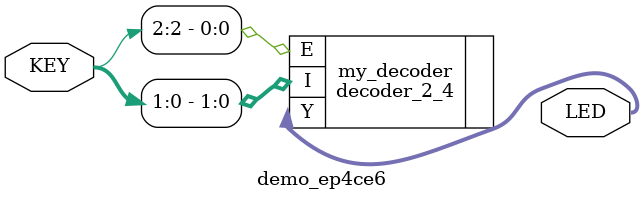
<source format=v>
/*
** demo_ep4ce6.v
**
**
*/


module demo_ep4ce6(input wire [3:0] KEY, output wire [3:0] LED);
		decoder_2_4 my_decoder( .I(KEY[1:0]), .E(KEY[2]), .Y(LED) );
endmodule

</source>
